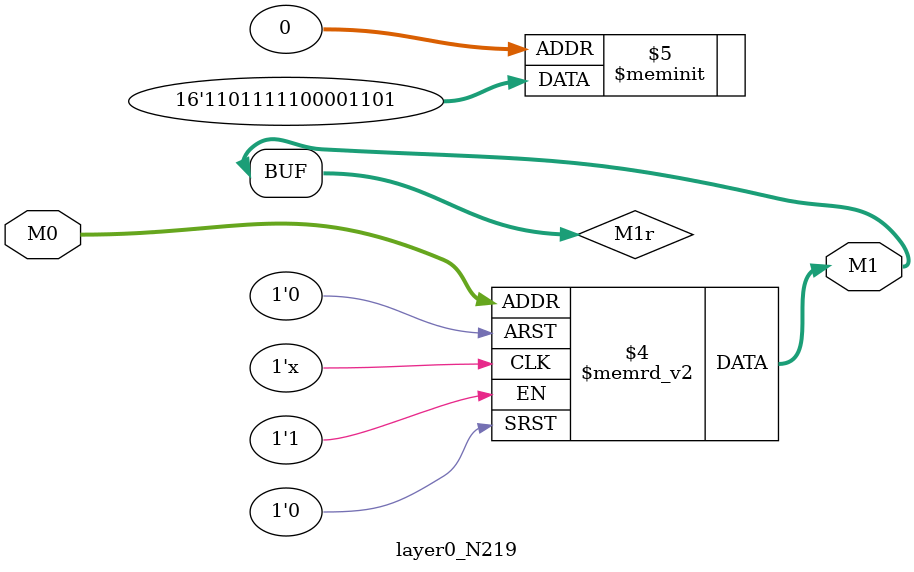
<source format=v>
module layer0_N219 ( input [2:0] M0, output [1:0] M1 );

	(*rom_style = "distributed" *) reg [1:0] M1r;
	assign M1 = M1r;
	always @ (M0) begin
		case (M0)
			3'b000: M1r = 2'b01;
			3'b100: M1r = 2'b11;
			3'b010: M1r = 2'b00;
			3'b110: M1r = 2'b01;
			3'b001: M1r = 2'b11;
			3'b101: M1r = 2'b11;
			3'b011: M1r = 2'b00;
			3'b111: M1r = 2'b11;

		endcase
	end
endmodule

</source>
